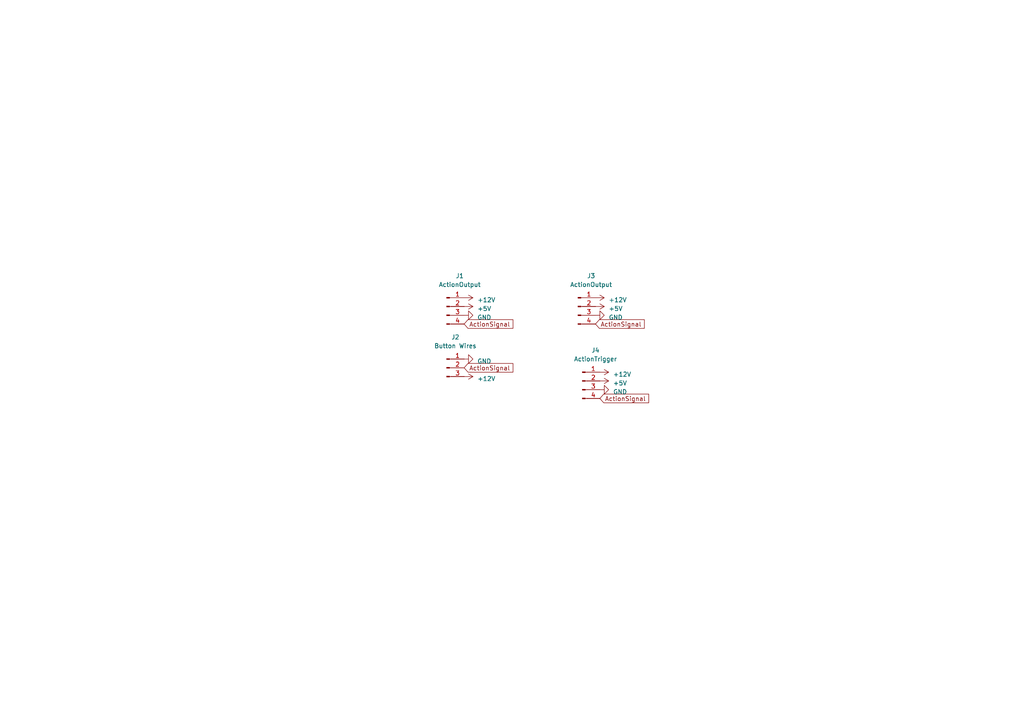
<source format=kicad_sch>
(kicad_sch (version 20231120) (generator "eeschema") (generator_version "8.0")
  (paper "A4")
  (lib_symbols
    (symbol "Connector:Conn_01x03_Pin" (pin_names (offset 1.016) hide)
      (property "Reference" "J" (at 0 5.08 0))
      (property "Value" "Conn_01x03_Pin" (at 0 -5.08 0))
      (symbol "Conn_01x03_Pin_1_1"
        (polyline (pts (xy 1.27 -2.54) (xy 0.8636 -2.54)) (stroke (width 0.1524)))
        (polyline (pts (xy 1.27 0) (xy 0.8636 0)) (stroke (width 0.1524)))
        (polyline (pts (xy 1.27 2.54) (xy 0.8636 2.54)) (stroke (width 0.1524)))
        (rectangle (start 0.8636 -2.413) (end 0 -2.667) (stroke (width 0.1524)) (fill (type outline)))
        (rectangle (start 0.8636 0.127) (end 0 -0.127) (stroke (width 0.1524)) (fill (type outline)))
        (rectangle (start 0.8636 2.667) (end 0 2.413) (stroke (width 0.1524)) (fill (type outline)))
        (pin passive line (at 5.08 2.54 180) (length 3.81) (name "Pin_1") (number "1"))
        (pin passive line (at 5.08 0 180) (length 3.81) (name "Pin_2") (number "2"))
        (pin passive line (at 5.08 -2.54 180) (length 3.81) (name "Pin_3") (number "3"))
      )
    )
    (symbol "Connector:Conn_01x04_Pin" (pin_names (offset 1.016) hide)
      (property "Reference" "J" (at 0 5.08 0))
      (property "Value" "Conn_01x04_Pin" (at 0 -7.62 0))
      (symbol "Conn_01x04_Pin_1_1"
        (polyline (pts (xy 1.27 -5.08) (xy 0.8636 -5.08)) (stroke (width 0.1524)))
        (polyline (pts (xy 1.27 -2.54) (xy 0.8636 -2.54)) (stroke (width 0.1524)))
        (polyline (pts (xy 1.27 0) (xy 0.8636 0)) (stroke (width 0.1524)))
        (polyline (pts (xy 1.27 2.54) (xy 0.8636 2.54)) (stroke (width 0.1524)))
        (rectangle (start 0.8636 -4.953) (end 0 -5.207) (stroke (width 0.1524)) (fill (type outline)))
        (rectangle (start 0.8636 -2.413) (end 0 -2.667) (stroke (width 0.1524)) (fill (type outline)))
        (rectangle (start 0.8636 0.127) (end 0 -0.127) (stroke (width 0.1524)) (fill (type outline)))
        (rectangle (start 0.8636 2.667) (end 0 2.413) (stroke (width 0.1524)) (fill (type outline)))
        (pin passive line (at 5.08 2.54 180) (length 3.81) (name "Pin_1") (number "1"))
        (pin passive line (at 5.08 0 180) (length 3.81) (name "Pin_2") (number "2"))
        (pin passive line (at 5.08 -2.54 180) (length 3.81) (name "Pin_3") (number "3"))
        (pin passive line (at 5.08 -5.08 180) (length 3.81) (name "Pin_4") (number "4"))
      )
    )
    (symbol "power:+12V" (power) (pin_names (offset 0))
      (property "Value" "+12V" (at 0 3.556 0))
      (symbol "+12V_0_1"
        (polyline (pts (xy -0.762 1.27) (xy 0 2.54)))
        (polyline (pts (xy 0 0) (xy 0 2.54)))
        (polyline (pts (xy 0 2.54) (xy 0.762 1.27)))
      )
      (symbol "+12V_1_1"
        (pin power_in line (at 0 0 90) (length 0) hide (name "+12V") (number "1"))
      )
    )
    (symbol "power:+5V" (power) (pin_names (offset 0))
      (property "Value" "+5V" (at 0 3.556 0))
      (symbol "+5V_0_1"
        (polyline (pts (xy -0.762 1.27) (xy 0 2.54)))
        (polyline (pts (xy 0 0) (xy 0 2.54)))
        (polyline (pts (xy 0 2.54) (xy 0.762 1.27)))
      )
      (symbol "+5V_1_1"
        (pin power_in line (at 0 0 90) (length 0) hide (name "+5V") (number "1"))
      )
    )
    (symbol "power:GND" (power) (pin_names (offset 0))
      (property "Value" "GND" (at 0 -3.81 0))
      (symbol "GND_0_1"
        (polyline (pts (xy 0 0) (xy 0 -1.27) (xy 1.27 -1.27) (xy 0 -2.54) (xy -1.27 -1.27) (xy 0 -1.27)))
      )
      (symbol "GND_1_1"
        (pin power_in line (at 0 0 270) (length 0) hide (name "GND") (number "1"))
      )
    )
  )
  (global_label "ActionSignal" (shape input) (at 134.62 93.98 0) (property "Intersheetrefs" "${INTERSHEET_REFS}" (effects (hide yes))))
  (global_label "ActionSignal" (shape input) (at 173.99 115.57 0) (property "Intersheetrefs" "${INTERSHEET_REFS}" (effects (hide yes))))
  (global_label "ActionSignal" (shape input) (at 172.72 93.98 0) (property "Intersheetrefs" "${INTERSHEET_REFS}" (effects (hide yes))))
  (global_label "ActionSignal" (shape input) (at 134.62 106.68 0) (property "Intersheetrefs" "${INTERSHEET_REFS}" (effects (hide yes))))
  (symbol (lib_id "power:GND") (at 173.99 113.03 90) (unit 1)
    (property "Reference" "#PWR011" (effects (hide yes)))
    (property "Value" "GND" (at 177.8 113.665 90) (effects (justify right)))
  )
  (symbol (lib_id "Connector:Conn_01x04_Pin") (at 129.54 88.9 0) (unit 1)
    (property "Reference" "J1" (at 133.35 80.01 0))
    (property "Value" "ActionOutput" (at 133.35 82.55 0))
    (property "Footprint" "Connector_JST:JST_PH_B4B-PH-K_1x04_P2.00mm_Vertical" (effects (hide yes)))
  )
  (symbol (lib_id "Connector:Conn_01x04_Pin") (at 167.64 88.9 0) (unit 1)
    (property "Reference" "J3" (at 171.45 80.01 0))
    (property "Value" "ActionOutput" (at 171.45 82.55 0))
    (property "Footprint" "Connector_JST:JST_XH_B4B-XH-A_1x04_P2.50mm_Vertical" (effects (hide yes)))
  )
  (symbol (lib_id "power:+12V") (at 173.99 107.95 270) (unit 1)
    (property "Reference" "#PWR09" (effects (hide yes)))
    (property "Value" "+12V" (at 177.8 108.585 90) (effects (justify left)))
  )
  (symbol (lib_id "power:+12V") (at 172.72 86.36 270) (unit 1)
    (property "Reference" "#PWR06" (effects (hide yes)))
    (property "Value" "+12V" (at 176.53 86.995 90) (effects (justify left)))
  )
  (symbol (lib_id "Connector:Conn_01x04_Pin") (at 168.91 110.49 0) (unit 1)
    (property "Reference" "J4" (at 172.72 101.6 0))
    (property "Value" "ActionTrigger" (at 172.72 104.14 0))
    (property "Footprint" "Connector_JST:JST_PH_B4B-PH-K_1x04_P2.00mm_Vertical" (effects (hide yes)))
  )
  (symbol (lib_id "power:GND") (at 172.72 91.44 90) (unit 1)
    (property "Reference" "#PWR08" (effects (hide yes)))
    (property "Value" "GND" (at 176.53 92.075 90) (effects (justify right)))
  )
  (symbol (lib_id "power:+12V") (at 134.62 109.22 270) (unit 1)
    (property "Reference" "#PWR04" (effects (hide yes)))
    (property "Value" "+12V" (at 138.43 109.855 90) (effects (justify left)))
  )
  (symbol (lib_id "power:+5V") (at 134.62 88.9 270) (unit 1)
    (property "Reference" "#PWR02" (effects (hide yes)))
    (property "Value" "+5V" (at 138.43 89.535 90) (effects (justify left)))
  )
  (symbol (lib_id "power:GND") (at 134.62 104.14 90) (unit 1)
    (property "Reference" "#PWR05" (effects (hide yes)))
    (property "Value" "GND" (at 138.43 104.775 90) (effects (justify right)))
  )
  (symbol (lib_id "power:+5V") (at 173.99 110.49 270) (unit 1)
    (property "Reference" "#PWR010" (effects (hide yes)))
    (property "Value" "+5V" (at 177.8 111.125 90) (effects (justify left)))
  )
  (symbol (lib_id "power:+5V") (at 172.72 88.9 270) (unit 1)
    (property "Reference" "#PWR07" (effects (hide yes)))
    (property "Value" "+5V" (at 176.53 89.535 90) (effects (justify left)))
  )
  (symbol (lib_id "power:GND") (at 134.62 91.44 90) (unit 1)
    (property "Reference" "#PWR03" (effects (hide yes)))
    (property "Value" "GND" (at 138.43 92.075 90) (effects (justify right)))
  )
  (symbol (lib_id "power:+12V") (at 134.62 86.36 270) (unit 1)
    (property "Reference" "#PWR01" (effects (hide yes)))
    (property "Value" "+12V" (at 138.43 86.995 90) (effects (justify left)))
  )
  (symbol (lib_id "Connector:Conn_01x03_Pin") (at 129.54 106.68 0) (unit 1)
    (property "Reference" "J2" (at 132.08 97.79 0))
    (property "Value" "Button Wires" (at 132.08 100.33 0))
    (property "Footprint" "Connector_JST:JST_XH_B3B-XH-A_1x03_P2.50mm_Vertical" (effects (hide yes)))
  )
)
</source>
